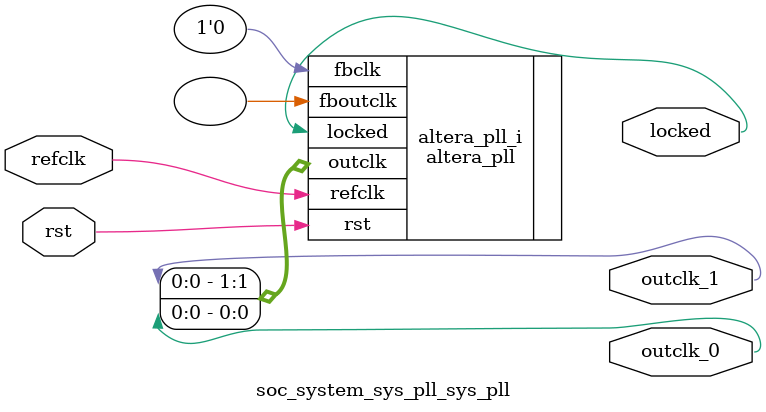
<source format=v>
`timescale 1ns/10ps
module  soc_system_sys_pll_sys_pll(

	// interface 'refclk'
	input wire refclk,

	// interface 'reset'
	input wire rst,

	// interface 'outclk0'
	output wire outclk_0,

	// interface 'outclk1'
	output wire outclk_1,

	// interface 'locked'
	output wire locked
);

	altera_pll #(
		.fractional_vco_multiplier("false"),
		.reference_clock_frequency("50.0 MHz"),
		.operation_mode("direct"),
		.number_of_clocks(2),
		.output_clock_frequency0("100.000000 MHz"),
		.phase_shift0("0 ps"),
		.duty_cycle0(50),
		.output_clock_frequency1("100.000000 MHz"),
		.phase_shift1("-3000 ps"),
		.duty_cycle1(50),
		.output_clock_frequency2("0 MHz"),
		.phase_shift2("0 ps"),
		.duty_cycle2(50),
		.output_clock_frequency3("0 MHz"),
		.phase_shift3("0 ps"),
		.duty_cycle3(50),
		.output_clock_frequency4("0 MHz"),
		.phase_shift4("0 ps"),
		.duty_cycle4(50),
		.output_clock_frequency5("0 MHz"),
		.phase_shift5("0 ps"),
		.duty_cycle5(50),
		.output_clock_frequency6("0 MHz"),
		.phase_shift6("0 ps"),
		.duty_cycle6(50),
		.output_clock_frequency7("0 MHz"),
		.phase_shift7("0 ps"),
		.duty_cycle7(50),
		.output_clock_frequency8("0 MHz"),
		.phase_shift8("0 ps"),
		.duty_cycle8(50),
		.output_clock_frequency9("0 MHz"),
		.phase_shift9("0 ps"),
		.duty_cycle9(50),
		.output_clock_frequency10("0 MHz"),
		.phase_shift10("0 ps"),
		.duty_cycle10(50),
		.output_clock_frequency11("0 MHz"),
		.phase_shift11("0 ps"),
		.duty_cycle11(50),
		.output_clock_frequency12("0 MHz"),
		.phase_shift12("0 ps"),
		.duty_cycle12(50),
		.output_clock_frequency13("0 MHz"),
		.phase_shift13("0 ps"),
		.duty_cycle13(50),
		.output_clock_frequency14("0 MHz"),
		.phase_shift14("0 ps"),
		.duty_cycle14(50),
		.output_clock_frequency15("0 MHz"),
		.phase_shift15("0 ps"),
		.duty_cycle15(50),
		.output_clock_frequency16("0 MHz"),
		.phase_shift16("0 ps"),
		.duty_cycle16(50),
		.output_clock_frequency17("0 MHz"),
		.phase_shift17("0 ps"),
		.duty_cycle17(50),
		.pll_type("General"),
		.pll_subtype("General")
	) altera_pll_i (
		.rst	(rst),
		.outclk	({outclk_1, outclk_0}),
		.locked	(locked),
		.fboutclk	( ),
		.fbclk	(1'b0),
		.refclk	(refclk)
	);
endmodule


</source>
